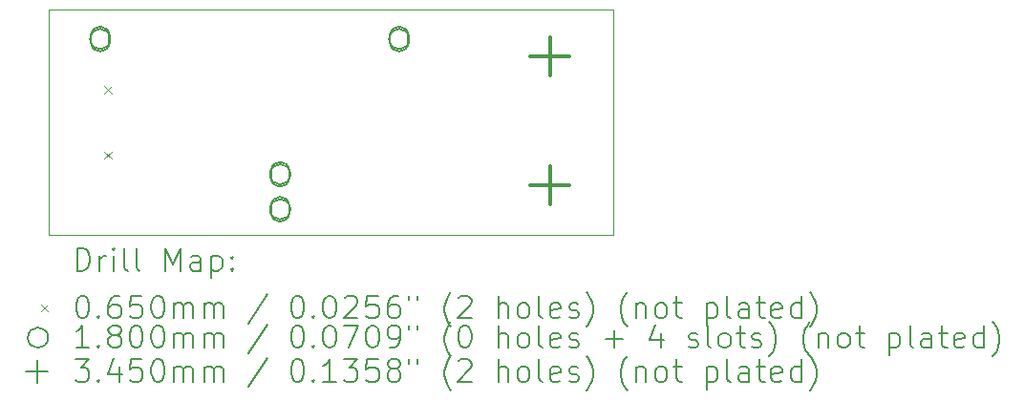
<source format=gbr>
%FSLAX45Y45*%
G04 Gerber Fmt 4.5, Leading zero omitted, Abs format (unit mm)*
G04 Created by KiCad (PCBNEW 5.99.0-unknown-4920692bcd~125~ubuntu20.04.1) date 2021-04-18 13:08:12*
%MOMM*%
%LPD*%
G01*
G04 APERTURE LIST*
%TA.AperFunction,Profile*%
%ADD10C,0.100000*%
%TD*%
%ADD11C,0.200000*%
%ADD12C,0.065000*%
%ADD13C,0.180000*%
%ADD14C,0.345000*%
G04 APERTURE END LIST*
D10*
X12363100Y-7890350D02*
X17363700Y-7890350D01*
X17363700Y-7890350D02*
X17363700Y-9889650D01*
X17363700Y-9889650D02*
X12363100Y-9889650D01*
X12363100Y-9889650D02*
X12363100Y-7890350D01*
D11*
D12*
X12858000Y-8568500D02*
X12923000Y-8633500D01*
X12923000Y-8568500D02*
X12858000Y-8633500D01*
X12858000Y-9146500D02*
X12923000Y-9211500D01*
X12923000Y-9146500D02*
X12858000Y-9211500D01*
D13*
X12910000Y-8150000D02*
G75*
G03*
X12910000Y-8150000I-90000J0D01*
G01*
D11*
X12740000Y-8120000D02*
X12740000Y-8180000D01*
X12900000Y-8120000D02*
X12900000Y-8180000D01*
X12740000Y-8180000D02*
G75*
G03*
X12900000Y-8180000I80000J0D01*
G01*
X12900000Y-8120000D02*
G75*
G03*
X12740000Y-8120000I-80000J0D01*
G01*
D13*
X14505000Y-9350000D02*
G75*
G03*
X14505000Y-9350000I-90000J0D01*
G01*
D11*
X14335000Y-9320000D02*
X14335000Y-9380000D01*
X14495000Y-9320000D02*
X14495000Y-9380000D01*
X14335000Y-9380000D02*
G75*
G03*
X14495000Y-9380000I80000J0D01*
G01*
X14495000Y-9320000D02*
G75*
G03*
X14335000Y-9320000I-80000J0D01*
G01*
D13*
X14505000Y-9660000D02*
G75*
G03*
X14505000Y-9660000I-90000J0D01*
G01*
D11*
X14335000Y-9630000D02*
X14335000Y-9690000D01*
X14495000Y-9630000D02*
X14495000Y-9690000D01*
X14335000Y-9690000D02*
G75*
G03*
X14495000Y-9690000I80000J0D01*
G01*
X14495000Y-9630000D02*
G75*
G03*
X14335000Y-9630000I-80000J0D01*
G01*
D13*
X15560000Y-8150000D02*
G75*
G03*
X15560000Y-8150000I-90000J0D01*
G01*
D11*
X15390000Y-8120000D02*
X15390000Y-8180000D01*
X15550000Y-8120000D02*
X15550000Y-8180000D01*
X15390000Y-8180000D02*
G75*
G03*
X15550000Y-8180000I80000J0D01*
G01*
X15550000Y-8120000D02*
G75*
G03*
X15390000Y-8120000I-80000J0D01*
G01*
D14*
X16805000Y-8131500D02*
X16805000Y-8476500D01*
X16632500Y-8304000D02*
X16977500Y-8304000D01*
X16805000Y-9274500D02*
X16805000Y-9619500D01*
X16632500Y-9447000D02*
X16977500Y-9447000D01*
D11*
X12615719Y-10205126D02*
X12615719Y-10005126D01*
X12663338Y-10005126D01*
X12691909Y-10014650D01*
X12710957Y-10033698D01*
X12720481Y-10052745D01*
X12730005Y-10090840D01*
X12730005Y-10119412D01*
X12720481Y-10157507D01*
X12710957Y-10176555D01*
X12691909Y-10195602D01*
X12663338Y-10205126D01*
X12615719Y-10205126D01*
X12815719Y-10205126D02*
X12815719Y-10071793D01*
X12815719Y-10109888D02*
X12825243Y-10090840D01*
X12834767Y-10081317D01*
X12853814Y-10071793D01*
X12872862Y-10071793D01*
X12939528Y-10205126D02*
X12939528Y-10071793D01*
X12939528Y-10005126D02*
X12930005Y-10014650D01*
X12939528Y-10024174D01*
X12949052Y-10014650D01*
X12939528Y-10005126D01*
X12939528Y-10024174D01*
X13063338Y-10205126D02*
X13044290Y-10195602D01*
X13034767Y-10176555D01*
X13034767Y-10005126D01*
X13168100Y-10205126D02*
X13149052Y-10195602D01*
X13139528Y-10176555D01*
X13139528Y-10005126D01*
X13396671Y-10205126D02*
X13396671Y-10005126D01*
X13463338Y-10147983D01*
X13530005Y-10005126D01*
X13530005Y-10205126D01*
X13710957Y-10205126D02*
X13710957Y-10100364D01*
X13701433Y-10081317D01*
X13682386Y-10071793D01*
X13644290Y-10071793D01*
X13625243Y-10081317D01*
X13710957Y-10195602D02*
X13691909Y-10205126D01*
X13644290Y-10205126D01*
X13625243Y-10195602D01*
X13615719Y-10176555D01*
X13615719Y-10157507D01*
X13625243Y-10138460D01*
X13644290Y-10128936D01*
X13691909Y-10128936D01*
X13710957Y-10119412D01*
X13806195Y-10071793D02*
X13806195Y-10271793D01*
X13806195Y-10081317D02*
X13825243Y-10071793D01*
X13863338Y-10071793D01*
X13882386Y-10081317D01*
X13891909Y-10090840D01*
X13901433Y-10109888D01*
X13901433Y-10167031D01*
X13891909Y-10186079D01*
X13882386Y-10195602D01*
X13863338Y-10205126D01*
X13825243Y-10205126D01*
X13806195Y-10195602D01*
X13987148Y-10186079D02*
X13996671Y-10195602D01*
X13987148Y-10205126D01*
X13977624Y-10195602D01*
X13987148Y-10186079D01*
X13987148Y-10205126D01*
X13987148Y-10081317D02*
X13996671Y-10090840D01*
X13987148Y-10100364D01*
X13977624Y-10090840D01*
X13987148Y-10081317D01*
X13987148Y-10100364D01*
D12*
X12293100Y-10502150D02*
X12358100Y-10567150D01*
X12358100Y-10502150D02*
X12293100Y-10567150D01*
D11*
X12653814Y-10425126D02*
X12672862Y-10425126D01*
X12691909Y-10434650D01*
X12701433Y-10444174D01*
X12710957Y-10463221D01*
X12720481Y-10501317D01*
X12720481Y-10548936D01*
X12710957Y-10587031D01*
X12701433Y-10606079D01*
X12691909Y-10615602D01*
X12672862Y-10625126D01*
X12653814Y-10625126D01*
X12634767Y-10615602D01*
X12625243Y-10606079D01*
X12615719Y-10587031D01*
X12606195Y-10548936D01*
X12606195Y-10501317D01*
X12615719Y-10463221D01*
X12625243Y-10444174D01*
X12634767Y-10434650D01*
X12653814Y-10425126D01*
X12806195Y-10606079D02*
X12815719Y-10615602D01*
X12806195Y-10625126D01*
X12796671Y-10615602D01*
X12806195Y-10606079D01*
X12806195Y-10625126D01*
X12987148Y-10425126D02*
X12949052Y-10425126D01*
X12930005Y-10434650D01*
X12920481Y-10444174D01*
X12901433Y-10472745D01*
X12891909Y-10510840D01*
X12891909Y-10587031D01*
X12901433Y-10606079D01*
X12910957Y-10615602D01*
X12930005Y-10625126D01*
X12968100Y-10625126D01*
X12987148Y-10615602D01*
X12996671Y-10606079D01*
X13006195Y-10587031D01*
X13006195Y-10539412D01*
X12996671Y-10520364D01*
X12987148Y-10510840D01*
X12968100Y-10501317D01*
X12930005Y-10501317D01*
X12910957Y-10510840D01*
X12901433Y-10520364D01*
X12891909Y-10539412D01*
X13187148Y-10425126D02*
X13091909Y-10425126D01*
X13082386Y-10520364D01*
X13091909Y-10510840D01*
X13110957Y-10501317D01*
X13158576Y-10501317D01*
X13177624Y-10510840D01*
X13187148Y-10520364D01*
X13196671Y-10539412D01*
X13196671Y-10587031D01*
X13187148Y-10606079D01*
X13177624Y-10615602D01*
X13158576Y-10625126D01*
X13110957Y-10625126D01*
X13091909Y-10615602D01*
X13082386Y-10606079D01*
X13320481Y-10425126D02*
X13339528Y-10425126D01*
X13358576Y-10434650D01*
X13368100Y-10444174D01*
X13377624Y-10463221D01*
X13387148Y-10501317D01*
X13387148Y-10548936D01*
X13377624Y-10587031D01*
X13368100Y-10606079D01*
X13358576Y-10615602D01*
X13339528Y-10625126D01*
X13320481Y-10625126D01*
X13301433Y-10615602D01*
X13291909Y-10606079D01*
X13282386Y-10587031D01*
X13272862Y-10548936D01*
X13272862Y-10501317D01*
X13282386Y-10463221D01*
X13291909Y-10444174D01*
X13301433Y-10434650D01*
X13320481Y-10425126D01*
X13472862Y-10625126D02*
X13472862Y-10491793D01*
X13472862Y-10510840D02*
X13482386Y-10501317D01*
X13501433Y-10491793D01*
X13530005Y-10491793D01*
X13549052Y-10501317D01*
X13558576Y-10520364D01*
X13558576Y-10625126D01*
X13558576Y-10520364D02*
X13568100Y-10501317D01*
X13587148Y-10491793D01*
X13615719Y-10491793D01*
X13634767Y-10501317D01*
X13644290Y-10520364D01*
X13644290Y-10625126D01*
X13739528Y-10625126D02*
X13739528Y-10491793D01*
X13739528Y-10510840D02*
X13749052Y-10501317D01*
X13768100Y-10491793D01*
X13796671Y-10491793D01*
X13815719Y-10501317D01*
X13825243Y-10520364D01*
X13825243Y-10625126D01*
X13825243Y-10520364D02*
X13834767Y-10501317D01*
X13853814Y-10491793D01*
X13882386Y-10491793D01*
X13901433Y-10501317D01*
X13910957Y-10520364D01*
X13910957Y-10625126D01*
X14301433Y-10415602D02*
X14130005Y-10672745D01*
X14558576Y-10425126D02*
X14577624Y-10425126D01*
X14596671Y-10434650D01*
X14606195Y-10444174D01*
X14615719Y-10463221D01*
X14625243Y-10501317D01*
X14625243Y-10548936D01*
X14615719Y-10587031D01*
X14606195Y-10606079D01*
X14596671Y-10615602D01*
X14577624Y-10625126D01*
X14558576Y-10625126D01*
X14539528Y-10615602D01*
X14530005Y-10606079D01*
X14520481Y-10587031D01*
X14510957Y-10548936D01*
X14510957Y-10501317D01*
X14520481Y-10463221D01*
X14530005Y-10444174D01*
X14539528Y-10434650D01*
X14558576Y-10425126D01*
X14710957Y-10606079D02*
X14720481Y-10615602D01*
X14710957Y-10625126D01*
X14701433Y-10615602D01*
X14710957Y-10606079D01*
X14710957Y-10625126D01*
X14844290Y-10425126D02*
X14863338Y-10425126D01*
X14882386Y-10434650D01*
X14891909Y-10444174D01*
X14901433Y-10463221D01*
X14910957Y-10501317D01*
X14910957Y-10548936D01*
X14901433Y-10587031D01*
X14891909Y-10606079D01*
X14882386Y-10615602D01*
X14863338Y-10625126D01*
X14844290Y-10625126D01*
X14825243Y-10615602D01*
X14815719Y-10606079D01*
X14806195Y-10587031D01*
X14796671Y-10548936D01*
X14796671Y-10501317D01*
X14806195Y-10463221D01*
X14815719Y-10444174D01*
X14825243Y-10434650D01*
X14844290Y-10425126D01*
X14987148Y-10444174D02*
X14996671Y-10434650D01*
X15015719Y-10425126D01*
X15063338Y-10425126D01*
X15082386Y-10434650D01*
X15091909Y-10444174D01*
X15101433Y-10463221D01*
X15101433Y-10482269D01*
X15091909Y-10510840D01*
X14977624Y-10625126D01*
X15101433Y-10625126D01*
X15282386Y-10425126D02*
X15187148Y-10425126D01*
X15177624Y-10520364D01*
X15187148Y-10510840D01*
X15206195Y-10501317D01*
X15253814Y-10501317D01*
X15272862Y-10510840D01*
X15282386Y-10520364D01*
X15291909Y-10539412D01*
X15291909Y-10587031D01*
X15282386Y-10606079D01*
X15272862Y-10615602D01*
X15253814Y-10625126D01*
X15206195Y-10625126D01*
X15187148Y-10615602D01*
X15177624Y-10606079D01*
X15463338Y-10425126D02*
X15425243Y-10425126D01*
X15406195Y-10434650D01*
X15396671Y-10444174D01*
X15377624Y-10472745D01*
X15368100Y-10510840D01*
X15368100Y-10587031D01*
X15377624Y-10606079D01*
X15387148Y-10615602D01*
X15406195Y-10625126D01*
X15444290Y-10625126D01*
X15463338Y-10615602D01*
X15472862Y-10606079D01*
X15482386Y-10587031D01*
X15482386Y-10539412D01*
X15472862Y-10520364D01*
X15463338Y-10510840D01*
X15444290Y-10501317D01*
X15406195Y-10501317D01*
X15387148Y-10510840D01*
X15377624Y-10520364D01*
X15368100Y-10539412D01*
X15558576Y-10425126D02*
X15558576Y-10463221D01*
X15634767Y-10425126D02*
X15634767Y-10463221D01*
X15930005Y-10701317D02*
X15920481Y-10691793D01*
X15901433Y-10663221D01*
X15891909Y-10644174D01*
X15882386Y-10615602D01*
X15872862Y-10567983D01*
X15872862Y-10529888D01*
X15882386Y-10482269D01*
X15891909Y-10453698D01*
X15901433Y-10434650D01*
X15920481Y-10406079D01*
X15930005Y-10396555D01*
X15996671Y-10444174D02*
X16006195Y-10434650D01*
X16025243Y-10425126D01*
X16072862Y-10425126D01*
X16091909Y-10434650D01*
X16101433Y-10444174D01*
X16110957Y-10463221D01*
X16110957Y-10482269D01*
X16101433Y-10510840D01*
X15987148Y-10625126D01*
X16110957Y-10625126D01*
X16349052Y-10625126D02*
X16349052Y-10425126D01*
X16434767Y-10625126D02*
X16434767Y-10520364D01*
X16425243Y-10501317D01*
X16406195Y-10491793D01*
X16377624Y-10491793D01*
X16358576Y-10501317D01*
X16349052Y-10510840D01*
X16558576Y-10625126D02*
X16539528Y-10615602D01*
X16530005Y-10606079D01*
X16520481Y-10587031D01*
X16520481Y-10529888D01*
X16530005Y-10510840D01*
X16539528Y-10501317D01*
X16558576Y-10491793D01*
X16587148Y-10491793D01*
X16606195Y-10501317D01*
X16615719Y-10510840D01*
X16625243Y-10529888D01*
X16625243Y-10587031D01*
X16615719Y-10606079D01*
X16606195Y-10615602D01*
X16587148Y-10625126D01*
X16558576Y-10625126D01*
X16739528Y-10625126D02*
X16720481Y-10615602D01*
X16710957Y-10596555D01*
X16710957Y-10425126D01*
X16891910Y-10615602D02*
X16872862Y-10625126D01*
X16834767Y-10625126D01*
X16815719Y-10615602D01*
X16806195Y-10596555D01*
X16806195Y-10520364D01*
X16815719Y-10501317D01*
X16834767Y-10491793D01*
X16872862Y-10491793D01*
X16891910Y-10501317D01*
X16901433Y-10520364D01*
X16901433Y-10539412D01*
X16806195Y-10558460D01*
X16977624Y-10615602D02*
X16996671Y-10625126D01*
X17034767Y-10625126D01*
X17053814Y-10615602D01*
X17063338Y-10596555D01*
X17063338Y-10587031D01*
X17053814Y-10567983D01*
X17034767Y-10558460D01*
X17006195Y-10558460D01*
X16987148Y-10548936D01*
X16977624Y-10529888D01*
X16977624Y-10520364D01*
X16987148Y-10501317D01*
X17006195Y-10491793D01*
X17034767Y-10491793D01*
X17053814Y-10501317D01*
X17130005Y-10701317D02*
X17139529Y-10691793D01*
X17158576Y-10663221D01*
X17168100Y-10644174D01*
X17177624Y-10615602D01*
X17187148Y-10567983D01*
X17187148Y-10529888D01*
X17177624Y-10482269D01*
X17168100Y-10453698D01*
X17158576Y-10434650D01*
X17139529Y-10406079D01*
X17130005Y-10396555D01*
X17491910Y-10701317D02*
X17482386Y-10691793D01*
X17463338Y-10663221D01*
X17453814Y-10644174D01*
X17444290Y-10615602D01*
X17434767Y-10567983D01*
X17434767Y-10529888D01*
X17444290Y-10482269D01*
X17453814Y-10453698D01*
X17463338Y-10434650D01*
X17482386Y-10406079D01*
X17491910Y-10396555D01*
X17568100Y-10491793D02*
X17568100Y-10625126D01*
X17568100Y-10510840D02*
X17577624Y-10501317D01*
X17596671Y-10491793D01*
X17625243Y-10491793D01*
X17644290Y-10501317D01*
X17653814Y-10520364D01*
X17653814Y-10625126D01*
X17777624Y-10625126D02*
X17758576Y-10615602D01*
X17749052Y-10606079D01*
X17739529Y-10587031D01*
X17739529Y-10529888D01*
X17749052Y-10510840D01*
X17758576Y-10501317D01*
X17777624Y-10491793D01*
X17806195Y-10491793D01*
X17825243Y-10501317D01*
X17834767Y-10510840D01*
X17844290Y-10529888D01*
X17844290Y-10587031D01*
X17834767Y-10606079D01*
X17825243Y-10615602D01*
X17806195Y-10625126D01*
X17777624Y-10625126D01*
X17901433Y-10491793D02*
X17977624Y-10491793D01*
X17930005Y-10425126D02*
X17930005Y-10596555D01*
X17939529Y-10615602D01*
X17958576Y-10625126D01*
X17977624Y-10625126D01*
X18196671Y-10491793D02*
X18196671Y-10691793D01*
X18196671Y-10501317D02*
X18215719Y-10491793D01*
X18253814Y-10491793D01*
X18272862Y-10501317D01*
X18282386Y-10510840D01*
X18291910Y-10529888D01*
X18291910Y-10587031D01*
X18282386Y-10606079D01*
X18272862Y-10615602D01*
X18253814Y-10625126D01*
X18215719Y-10625126D01*
X18196671Y-10615602D01*
X18406195Y-10625126D02*
X18387148Y-10615602D01*
X18377624Y-10596555D01*
X18377624Y-10425126D01*
X18568100Y-10625126D02*
X18568100Y-10520364D01*
X18558576Y-10501317D01*
X18539529Y-10491793D01*
X18501433Y-10491793D01*
X18482386Y-10501317D01*
X18568100Y-10615602D02*
X18549052Y-10625126D01*
X18501433Y-10625126D01*
X18482386Y-10615602D01*
X18472862Y-10596555D01*
X18472862Y-10577507D01*
X18482386Y-10558460D01*
X18501433Y-10548936D01*
X18549052Y-10548936D01*
X18568100Y-10539412D01*
X18634767Y-10491793D02*
X18710957Y-10491793D01*
X18663338Y-10425126D02*
X18663338Y-10596555D01*
X18672862Y-10615602D01*
X18691910Y-10625126D01*
X18710957Y-10625126D01*
X18853814Y-10615602D02*
X18834767Y-10625126D01*
X18796671Y-10625126D01*
X18777624Y-10615602D01*
X18768100Y-10596555D01*
X18768100Y-10520364D01*
X18777624Y-10501317D01*
X18796671Y-10491793D01*
X18834767Y-10491793D01*
X18853814Y-10501317D01*
X18863338Y-10520364D01*
X18863338Y-10539412D01*
X18768100Y-10558460D01*
X19034767Y-10625126D02*
X19034767Y-10425126D01*
X19034767Y-10615602D02*
X19015719Y-10625126D01*
X18977624Y-10625126D01*
X18958576Y-10615602D01*
X18949052Y-10606079D01*
X18939529Y-10587031D01*
X18939529Y-10529888D01*
X18949052Y-10510840D01*
X18958576Y-10501317D01*
X18977624Y-10491793D01*
X19015719Y-10491793D01*
X19034767Y-10501317D01*
X19110957Y-10701317D02*
X19120481Y-10691793D01*
X19139529Y-10663221D01*
X19149052Y-10644174D01*
X19158576Y-10615602D01*
X19168100Y-10567983D01*
X19168100Y-10529888D01*
X19158576Y-10482269D01*
X19149052Y-10453698D01*
X19139529Y-10434650D01*
X19120481Y-10406079D01*
X19110957Y-10396555D01*
D13*
X12358100Y-10798650D02*
G75*
G03*
X12358100Y-10798650I-90000J0D01*
G01*
D11*
X12720481Y-10889126D02*
X12606195Y-10889126D01*
X12663338Y-10889126D02*
X12663338Y-10689126D01*
X12644290Y-10717698D01*
X12625243Y-10736745D01*
X12606195Y-10746269D01*
X12806195Y-10870079D02*
X12815719Y-10879602D01*
X12806195Y-10889126D01*
X12796671Y-10879602D01*
X12806195Y-10870079D01*
X12806195Y-10889126D01*
X12930005Y-10774840D02*
X12910957Y-10765317D01*
X12901433Y-10755793D01*
X12891909Y-10736745D01*
X12891909Y-10727221D01*
X12901433Y-10708174D01*
X12910957Y-10698650D01*
X12930005Y-10689126D01*
X12968100Y-10689126D01*
X12987148Y-10698650D01*
X12996671Y-10708174D01*
X13006195Y-10727221D01*
X13006195Y-10736745D01*
X12996671Y-10755793D01*
X12987148Y-10765317D01*
X12968100Y-10774840D01*
X12930005Y-10774840D01*
X12910957Y-10784364D01*
X12901433Y-10793888D01*
X12891909Y-10812936D01*
X12891909Y-10851031D01*
X12901433Y-10870079D01*
X12910957Y-10879602D01*
X12930005Y-10889126D01*
X12968100Y-10889126D01*
X12987148Y-10879602D01*
X12996671Y-10870079D01*
X13006195Y-10851031D01*
X13006195Y-10812936D01*
X12996671Y-10793888D01*
X12987148Y-10784364D01*
X12968100Y-10774840D01*
X13130005Y-10689126D02*
X13149052Y-10689126D01*
X13168100Y-10698650D01*
X13177624Y-10708174D01*
X13187148Y-10727221D01*
X13196671Y-10765317D01*
X13196671Y-10812936D01*
X13187148Y-10851031D01*
X13177624Y-10870079D01*
X13168100Y-10879602D01*
X13149052Y-10889126D01*
X13130005Y-10889126D01*
X13110957Y-10879602D01*
X13101433Y-10870079D01*
X13091909Y-10851031D01*
X13082386Y-10812936D01*
X13082386Y-10765317D01*
X13091909Y-10727221D01*
X13101433Y-10708174D01*
X13110957Y-10698650D01*
X13130005Y-10689126D01*
X13320481Y-10689126D02*
X13339528Y-10689126D01*
X13358576Y-10698650D01*
X13368100Y-10708174D01*
X13377624Y-10727221D01*
X13387148Y-10765317D01*
X13387148Y-10812936D01*
X13377624Y-10851031D01*
X13368100Y-10870079D01*
X13358576Y-10879602D01*
X13339528Y-10889126D01*
X13320481Y-10889126D01*
X13301433Y-10879602D01*
X13291909Y-10870079D01*
X13282386Y-10851031D01*
X13272862Y-10812936D01*
X13272862Y-10765317D01*
X13282386Y-10727221D01*
X13291909Y-10708174D01*
X13301433Y-10698650D01*
X13320481Y-10689126D01*
X13472862Y-10889126D02*
X13472862Y-10755793D01*
X13472862Y-10774840D02*
X13482386Y-10765317D01*
X13501433Y-10755793D01*
X13530005Y-10755793D01*
X13549052Y-10765317D01*
X13558576Y-10784364D01*
X13558576Y-10889126D01*
X13558576Y-10784364D02*
X13568100Y-10765317D01*
X13587148Y-10755793D01*
X13615719Y-10755793D01*
X13634767Y-10765317D01*
X13644290Y-10784364D01*
X13644290Y-10889126D01*
X13739528Y-10889126D02*
X13739528Y-10755793D01*
X13739528Y-10774840D02*
X13749052Y-10765317D01*
X13768100Y-10755793D01*
X13796671Y-10755793D01*
X13815719Y-10765317D01*
X13825243Y-10784364D01*
X13825243Y-10889126D01*
X13825243Y-10784364D02*
X13834767Y-10765317D01*
X13853814Y-10755793D01*
X13882386Y-10755793D01*
X13901433Y-10765317D01*
X13910957Y-10784364D01*
X13910957Y-10889126D01*
X14301433Y-10679602D02*
X14130005Y-10936745D01*
X14558576Y-10689126D02*
X14577624Y-10689126D01*
X14596671Y-10698650D01*
X14606195Y-10708174D01*
X14615719Y-10727221D01*
X14625243Y-10765317D01*
X14625243Y-10812936D01*
X14615719Y-10851031D01*
X14606195Y-10870079D01*
X14596671Y-10879602D01*
X14577624Y-10889126D01*
X14558576Y-10889126D01*
X14539528Y-10879602D01*
X14530005Y-10870079D01*
X14520481Y-10851031D01*
X14510957Y-10812936D01*
X14510957Y-10765317D01*
X14520481Y-10727221D01*
X14530005Y-10708174D01*
X14539528Y-10698650D01*
X14558576Y-10689126D01*
X14710957Y-10870079D02*
X14720481Y-10879602D01*
X14710957Y-10889126D01*
X14701433Y-10879602D01*
X14710957Y-10870079D01*
X14710957Y-10889126D01*
X14844290Y-10689126D02*
X14863338Y-10689126D01*
X14882386Y-10698650D01*
X14891909Y-10708174D01*
X14901433Y-10727221D01*
X14910957Y-10765317D01*
X14910957Y-10812936D01*
X14901433Y-10851031D01*
X14891909Y-10870079D01*
X14882386Y-10879602D01*
X14863338Y-10889126D01*
X14844290Y-10889126D01*
X14825243Y-10879602D01*
X14815719Y-10870079D01*
X14806195Y-10851031D01*
X14796671Y-10812936D01*
X14796671Y-10765317D01*
X14806195Y-10727221D01*
X14815719Y-10708174D01*
X14825243Y-10698650D01*
X14844290Y-10689126D01*
X14977624Y-10689126D02*
X15110957Y-10689126D01*
X15025243Y-10889126D01*
X15225243Y-10689126D02*
X15244290Y-10689126D01*
X15263338Y-10698650D01*
X15272862Y-10708174D01*
X15282386Y-10727221D01*
X15291909Y-10765317D01*
X15291909Y-10812936D01*
X15282386Y-10851031D01*
X15272862Y-10870079D01*
X15263338Y-10879602D01*
X15244290Y-10889126D01*
X15225243Y-10889126D01*
X15206195Y-10879602D01*
X15196671Y-10870079D01*
X15187148Y-10851031D01*
X15177624Y-10812936D01*
X15177624Y-10765317D01*
X15187148Y-10727221D01*
X15196671Y-10708174D01*
X15206195Y-10698650D01*
X15225243Y-10689126D01*
X15387148Y-10889126D02*
X15425243Y-10889126D01*
X15444290Y-10879602D01*
X15453814Y-10870079D01*
X15472862Y-10841507D01*
X15482386Y-10803412D01*
X15482386Y-10727221D01*
X15472862Y-10708174D01*
X15463338Y-10698650D01*
X15444290Y-10689126D01*
X15406195Y-10689126D01*
X15387148Y-10698650D01*
X15377624Y-10708174D01*
X15368100Y-10727221D01*
X15368100Y-10774840D01*
X15377624Y-10793888D01*
X15387148Y-10803412D01*
X15406195Y-10812936D01*
X15444290Y-10812936D01*
X15463338Y-10803412D01*
X15472862Y-10793888D01*
X15482386Y-10774840D01*
X15558576Y-10689126D02*
X15558576Y-10727221D01*
X15634767Y-10689126D02*
X15634767Y-10727221D01*
X15930005Y-10965317D02*
X15920481Y-10955793D01*
X15901433Y-10927221D01*
X15891909Y-10908174D01*
X15882386Y-10879602D01*
X15872862Y-10831983D01*
X15872862Y-10793888D01*
X15882386Y-10746269D01*
X15891909Y-10717698D01*
X15901433Y-10698650D01*
X15920481Y-10670079D01*
X15930005Y-10660555D01*
X16044290Y-10689126D02*
X16063338Y-10689126D01*
X16082386Y-10698650D01*
X16091909Y-10708174D01*
X16101433Y-10727221D01*
X16110957Y-10765317D01*
X16110957Y-10812936D01*
X16101433Y-10851031D01*
X16091909Y-10870079D01*
X16082386Y-10879602D01*
X16063338Y-10889126D01*
X16044290Y-10889126D01*
X16025243Y-10879602D01*
X16015719Y-10870079D01*
X16006195Y-10851031D01*
X15996671Y-10812936D01*
X15996671Y-10765317D01*
X16006195Y-10727221D01*
X16015719Y-10708174D01*
X16025243Y-10698650D01*
X16044290Y-10689126D01*
X16349052Y-10889126D02*
X16349052Y-10689126D01*
X16434767Y-10889126D02*
X16434767Y-10784364D01*
X16425243Y-10765317D01*
X16406195Y-10755793D01*
X16377624Y-10755793D01*
X16358576Y-10765317D01*
X16349052Y-10774840D01*
X16558576Y-10889126D02*
X16539528Y-10879602D01*
X16530005Y-10870079D01*
X16520481Y-10851031D01*
X16520481Y-10793888D01*
X16530005Y-10774840D01*
X16539528Y-10765317D01*
X16558576Y-10755793D01*
X16587148Y-10755793D01*
X16606195Y-10765317D01*
X16615719Y-10774840D01*
X16625243Y-10793888D01*
X16625243Y-10851031D01*
X16615719Y-10870079D01*
X16606195Y-10879602D01*
X16587148Y-10889126D01*
X16558576Y-10889126D01*
X16739528Y-10889126D02*
X16720481Y-10879602D01*
X16710957Y-10860555D01*
X16710957Y-10689126D01*
X16891910Y-10879602D02*
X16872862Y-10889126D01*
X16834767Y-10889126D01*
X16815719Y-10879602D01*
X16806195Y-10860555D01*
X16806195Y-10784364D01*
X16815719Y-10765317D01*
X16834767Y-10755793D01*
X16872862Y-10755793D01*
X16891910Y-10765317D01*
X16901433Y-10784364D01*
X16901433Y-10803412D01*
X16806195Y-10822460D01*
X16977624Y-10879602D02*
X16996671Y-10889126D01*
X17034767Y-10889126D01*
X17053814Y-10879602D01*
X17063338Y-10860555D01*
X17063338Y-10851031D01*
X17053814Y-10831983D01*
X17034767Y-10822460D01*
X17006195Y-10822460D01*
X16987148Y-10812936D01*
X16977624Y-10793888D01*
X16977624Y-10784364D01*
X16987148Y-10765317D01*
X17006195Y-10755793D01*
X17034767Y-10755793D01*
X17053814Y-10765317D01*
X17301433Y-10812936D02*
X17453814Y-10812936D01*
X17377624Y-10889126D02*
X17377624Y-10736745D01*
X17787148Y-10755793D02*
X17787148Y-10889126D01*
X17739529Y-10679602D02*
X17691910Y-10822460D01*
X17815719Y-10822460D01*
X18034767Y-10879602D02*
X18053814Y-10889126D01*
X18091910Y-10889126D01*
X18110957Y-10879602D01*
X18120481Y-10860555D01*
X18120481Y-10851031D01*
X18110957Y-10831983D01*
X18091910Y-10822460D01*
X18063338Y-10822460D01*
X18044290Y-10812936D01*
X18034767Y-10793888D01*
X18034767Y-10784364D01*
X18044290Y-10765317D01*
X18063338Y-10755793D01*
X18091910Y-10755793D01*
X18110957Y-10765317D01*
X18234767Y-10889126D02*
X18215719Y-10879602D01*
X18206195Y-10860555D01*
X18206195Y-10689126D01*
X18339529Y-10889126D02*
X18320481Y-10879602D01*
X18310957Y-10870079D01*
X18301433Y-10851031D01*
X18301433Y-10793888D01*
X18310957Y-10774840D01*
X18320481Y-10765317D01*
X18339529Y-10755793D01*
X18368100Y-10755793D01*
X18387148Y-10765317D01*
X18396671Y-10774840D01*
X18406195Y-10793888D01*
X18406195Y-10851031D01*
X18396671Y-10870079D01*
X18387148Y-10879602D01*
X18368100Y-10889126D01*
X18339529Y-10889126D01*
X18463338Y-10755793D02*
X18539529Y-10755793D01*
X18491910Y-10689126D02*
X18491910Y-10860555D01*
X18501433Y-10879602D01*
X18520481Y-10889126D01*
X18539529Y-10889126D01*
X18596671Y-10879602D02*
X18615719Y-10889126D01*
X18653814Y-10889126D01*
X18672862Y-10879602D01*
X18682386Y-10860555D01*
X18682386Y-10851031D01*
X18672862Y-10831983D01*
X18653814Y-10822460D01*
X18625243Y-10822460D01*
X18606195Y-10812936D01*
X18596671Y-10793888D01*
X18596671Y-10784364D01*
X18606195Y-10765317D01*
X18625243Y-10755793D01*
X18653814Y-10755793D01*
X18672862Y-10765317D01*
X18749052Y-10965317D02*
X18758576Y-10955793D01*
X18777624Y-10927221D01*
X18787148Y-10908174D01*
X18796671Y-10879602D01*
X18806195Y-10831983D01*
X18806195Y-10793888D01*
X18796671Y-10746269D01*
X18787148Y-10717698D01*
X18777624Y-10698650D01*
X18758576Y-10670079D01*
X18749052Y-10660555D01*
X19110957Y-10965317D02*
X19101433Y-10955793D01*
X19082386Y-10927221D01*
X19072862Y-10908174D01*
X19063338Y-10879602D01*
X19053814Y-10831983D01*
X19053814Y-10793888D01*
X19063338Y-10746269D01*
X19072862Y-10717698D01*
X19082386Y-10698650D01*
X19101433Y-10670079D01*
X19110957Y-10660555D01*
X19187148Y-10755793D02*
X19187148Y-10889126D01*
X19187148Y-10774840D02*
X19196671Y-10765317D01*
X19215719Y-10755793D01*
X19244290Y-10755793D01*
X19263338Y-10765317D01*
X19272862Y-10784364D01*
X19272862Y-10889126D01*
X19396671Y-10889126D02*
X19377624Y-10879602D01*
X19368100Y-10870079D01*
X19358576Y-10851031D01*
X19358576Y-10793888D01*
X19368100Y-10774840D01*
X19377624Y-10765317D01*
X19396671Y-10755793D01*
X19425243Y-10755793D01*
X19444290Y-10765317D01*
X19453814Y-10774840D01*
X19463338Y-10793888D01*
X19463338Y-10851031D01*
X19453814Y-10870079D01*
X19444290Y-10879602D01*
X19425243Y-10889126D01*
X19396671Y-10889126D01*
X19520481Y-10755793D02*
X19596671Y-10755793D01*
X19549052Y-10689126D02*
X19549052Y-10860555D01*
X19558576Y-10879602D01*
X19577624Y-10889126D01*
X19596671Y-10889126D01*
X19815719Y-10755793D02*
X19815719Y-10955793D01*
X19815719Y-10765317D02*
X19834767Y-10755793D01*
X19872862Y-10755793D01*
X19891910Y-10765317D01*
X19901433Y-10774840D01*
X19910957Y-10793888D01*
X19910957Y-10851031D01*
X19901433Y-10870079D01*
X19891910Y-10879602D01*
X19872862Y-10889126D01*
X19834767Y-10889126D01*
X19815719Y-10879602D01*
X20025243Y-10889126D02*
X20006195Y-10879602D01*
X19996671Y-10860555D01*
X19996671Y-10689126D01*
X20187148Y-10889126D02*
X20187148Y-10784364D01*
X20177624Y-10765317D01*
X20158576Y-10755793D01*
X20120481Y-10755793D01*
X20101433Y-10765317D01*
X20187148Y-10879602D02*
X20168100Y-10889126D01*
X20120481Y-10889126D01*
X20101433Y-10879602D01*
X20091910Y-10860555D01*
X20091910Y-10841507D01*
X20101433Y-10822460D01*
X20120481Y-10812936D01*
X20168100Y-10812936D01*
X20187148Y-10803412D01*
X20253814Y-10755793D02*
X20330005Y-10755793D01*
X20282386Y-10689126D02*
X20282386Y-10860555D01*
X20291910Y-10879602D01*
X20310957Y-10889126D01*
X20330005Y-10889126D01*
X20472862Y-10879602D02*
X20453814Y-10889126D01*
X20415719Y-10889126D01*
X20396671Y-10879602D01*
X20387148Y-10860555D01*
X20387148Y-10784364D01*
X20396671Y-10765317D01*
X20415719Y-10755793D01*
X20453814Y-10755793D01*
X20472862Y-10765317D01*
X20482386Y-10784364D01*
X20482386Y-10803412D01*
X20387148Y-10822460D01*
X20653814Y-10889126D02*
X20653814Y-10689126D01*
X20653814Y-10879602D02*
X20634767Y-10889126D01*
X20596671Y-10889126D01*
X20577624Y-10879602D01*
X20568100Y-10870079D01*
X20558576Y-10851031D01*
X20558576Y-10793888D01*
X20568100Y-10774840D01*
X20577624Y-10765317D01*
X20596671Y-10755793D01*
X20634767Y-10755793D01*
X20653814Y-10765317D01*
X20730005Y-10965317D02*
X20739529Y-10955793D01*
X20758576Y-10927221D01*
X20768100Y-10908174D01*
X20777624Y-10879602D01*
X20787148Y-10831983D01*
X20787148Y-10793888D01*
X20777624Y-10746269D01*
X20768100Y-10717698D01*
X20758576Y-10698650D01*
X20739529Y-10670079D01*
X20730005Y-10660555D01*
X12258100Y-10998650D02*
X12258100Y-11198650D01*
X12158100Y-11098650D02*
X12358100Y-11098650D01*
X12596671Y-10989126D02*
X12720481Y-10989126D01*
X12653814Y-11065317D01*
X12682386Y-11065317D01*
X12701433Y-11074840D01*
X12710957Y-11084364D01*
X12720481Y-11103412D01*
X12720481Y-11151031D01*
X12710957Y-11170079D01*
X12701433Y-11179602D01*
X12682386Y-11189126D01*
X12625243Y-11189126D01*
X12606195Y-11179602D01*
X12596671Y-11170079D01*
X12806195Y-11170079D02*
X12815719Y-11179602D01*
X12806195Y-11189126D01*
X12796671Y-11179602D01*
X12806195Y-11170079D01*
X12806195Y-11189126D01*
X12987148Y-11055793D02*
X12987148Y-11189126D01*
X12939528Y-10979602D02*
X12891909Y-11122460D01*
X13015719Y-11122460D01*
X13187148Y-10989126D02*
X13091909Y-10989126D01*
X13082386Y-11084364D01*
X13091909Y-11074840D01*
X13110957Y-11065317D01*
X13158576Y-11065317D01*
X13177624Y-11074840D01*
X13187148Y-11084364D01*
X13196671Y-11103412D01*
X13196671Y-11151031D01*
X13187148Y-11170079D01*
X13177624Y-11179602D01*
X13158576Y-11189126D01*
X13110957Y-11189126D01*
X13091909Y-11179602D01*
X13082386Y-11170079D01*
X13320481Y-10989126D02*
X13339528Y-10989126D01*
X13358576Y-10998650D01*
X13368100Y-11008174D01*
X13377624Y-11027221D01*
X13387148Y-11065317D01*
X13387148Y-11112936D01*
X13377624Y-11151031D01*
X13368100Y-11170079D01*
X13358576Y-11179602D01*
X13339528Y-11189126D01*
X13320481Y-11189126D01*
X13301433Y-11179602D01*
X13291909Y-11170079D01*
X13282386Y-11151031D01*
X13272862Y-11112936D01*
X13272862Y-11065317D01*
X13282386Y-11027221D01*
X13291909Y-11008174D01*
X13301433Y-10998650D01*
X13320481Y-10989126D01*
X13472862Y-11189126D02*
X13472862Y-11055793D01*
X13472862Y-11074840D02*
X13482386Y-11065317D01*
X13501433Y-11055793D01*
X13530005Y-11055793D01*
X13549052Y-11065317D01*
X13558576Y-11084364D01*
X13558576Y-11189126D01*
X13558576Y-11084364D02*
X13568100Y-11065317D01*
X13587148Y-11055793D01*
X13615719Y-11055793D01*
X13634767Y-11065317D01*
X13644290Y-11084364D01*
X13644290Y-11189126D01*
X13739528Y-11189126D02*
X13739528Y-11055793D01*
X13739528Y-11074840D02*
X13749052Y-11065317D01*
X13768100Y-11055793D01*
X13796671Y-11055793D01*
X13815719Y-11065317D01*
X13825243Y-11084364D01*
X13825243Y-11189126D01*
X13825243Y-11084364D02*
X13834767Y-11065317D01*
X13853814Y-11055793D01*
X13882386Y-11055793D01*
X13901433Y-11065317D01*
X13910957Y-11084364D01*
X13910957Y-11189126D01*
X14301433Y-10979602D02*
X14130005Y-11236745D01*
X14558576Y-10989126D02*
X14577624Y-10989126D01*
X14596671Y-10998650D01*
X14606195Y-11008174D01*
X14615719Y-11027221D01*
X14625243Y-11065317D01*
X14625243Y-11112936D01*
X14615719Y-11151031D01*
X14606195Y-11170079D01*
X14596671Y-11179602D01*
X14577624Y-11189126D01*
X14558576Y-11189126D01*
X14539528Y-11179602D01*
X14530005Y-11170079D01*
X14520481Y-11151031D01*
X14510957Y-11112936D01*
X14510957Y-11065317D01*
X14520481Y-11027221D01*
X14530005Y-11008174D01*
X14539528Y-10998650D01*
X14558576Y-10989126D01*
X14710957Y-11170079D02*
X14720481Y-11179602D01*
X14710957Y-11189126D01*
X14701433Y-11179602D01*
X14710957Y-11170079D01*
X14710957Y-11189126D01*
X14910957Y-11189126D02*
X14796671Y-11189126D01*
X14853814Y-11189126D02*
X14853814Y-10989126D01*
X14834767Y-11017698D01*
X14815719Y-11036745D01*
X14796671Y-11046269D01*
X14977624Y-10989126D02*
X15101433Y-10989126D01*
X15034767Y-11065317D01*
X15063338Y-11065317D01*
X15082386Y-11074840D01*
X15091909Y-11084364D01*
X15101433Y-11103412D01*
X15101433Y-11151031D01*
X15091909Y-11170079D01*
X15082386Y-11179602D01*
X15063338Y-11189126D01*
X15006195Y-11189126D01*
X14987148Y-11179602D01*
X14977624Y-11170079D01*
X15282386Y-10989126D02*
X15187148Y-10989126D01*
X15177624Y-11084364D01*
X15187148Y-11074840D01*
X15206195Y-11065317D01*
X15253814Y-11065317D01*
X15272862Y-11074840D01*
X15282386Y-11084364D01*
X15291909Y-11103412D01*
X15291909Y-11151031D01*
X15282386Y-11170079D01*
X15272862Y-11179602D01*
X15253814Y-11189126D01*
X15206195Y-11189126D01*
X15187148Y-11179602D01*
X15177624Y-11170079D01*
X15406195Y-11074840D02*
X15387148Y-11065317D01*
X15377624Y-11055793D01*
X15368100Y-11036745D01*
X15368100Y-11027221D01*
X15377624Y-11008174D01*
X15387148Y-10998650D01*
X15406195Y-10989126D01*
X15444290Y-10989126D01*
X15463338Y-10998650D01*
X15472862Y-11008174D01*
X15482386Y-11027221D01*
X15482386Y-11036745D01*
X15472862Y-11055793D01*
X15463338Y-11065317D01*
X15444290Y-11074840D01*
X15406195Y-11074840D01*
X15387148Y-11084364D01*
X15377624Y-11093888D01*
X15368100Y-11112936D01*
X15368100Y-11151031D01*
X15377624Y-11170079D01*
X15387148Y-11179602D01*
X15406195Y-11189126D01*
X15444290Y-11189126D01*
X15463338Y-11179602D01*
X15472862Y-11170079D01*
X15482386Y-11151031D01*
X15482386Y-11112936D01*
X15472862Y-11093888D01*
X15463338Y-11084364D01*
X15444290Y-11074840D01*
X15558576Y-10989126D02*
X15558576Y-11027221D01*
X15634767Y-10989126D02*
X15634767Y-11027221D01*
X15930005Y-11265317D02*
X15920481Y-11255793D01*
X15901433Y-11227221D01*
X15891909Y-11208174D01*
X15882386Y-11179602D01*
X15872862Y-11131983D01*
X15872862Y-11093888D01*
X15882386Y-11046269D01*
X15891909Y-11017698D01*
X15901433Y-10998650D01*
X15920481Y-10970079D01*
X15930005Y-10960555D01*
X15996671Y-11008174D02*
X16006195Y-10998650D01*
X16025243Y-10989126D01*
X16072862Y-10989126D01*
X16091909Y-10998650D01*
X16101433Y-11008174D01*
X16110957Y-11027221D01*
X16110957Y-11046269D01*
X16101433Y-11074840D01*
X15987148Y-11189126D01*
X16110957Y-11189126D01*
X16349052Y-11189126D02*
X16349052Y-10989126D01*
X16434767Y-11189126D02*
X16434767Y-11084364D01*
X16425243Y-11065317D01*
X16406195Y-11055793D01*
X16377624Y-11055793D01*
X16358576Y-11065317D01*
X16349052Y-11074840D01*
X16558576Y-11189126D02*
X16539528Y-11179602D01*
X16530005Y-11170079D01*
X16520481Y-11151031D01*
X16520481Y-11093888D01*
X16530005Y-11074840D01*
X16539528Y-11065317D01*
X16558576Y-11055793D01*
X16587148Y-11055793D01*
X16606195Y-11065317D01*
X16615719Y-11074840D01*
X16625243Y-11093888D01*
X16625243Y-11151031D01*
X16615719Y-11170079D01*
X16606195Y-11179602D01*
X16587148Y-11189126D01*
X16558576Y-11189126D01*
X16739528Y-11189126D02*
X16720481Y-11179602D01*
X16710957Y-11160555D01*
X16710957Y-10989126D01*
X16891910Y-11179602D02*
X16872862Y-11189126D01*
X16834767Y-11189126D01*
X16815719Y-11179602D01*
X16806195Y-11160555D01*
X16806195Y-11084364D01*
X16815719Y-11065317D01*
X16834767Y-11055793D01*
X16872862Y-11055793D01*
X16891910Y-11065317D01*
X16901433Y-11084364D01*
X16901433Y-11103412D01*
X16806195Y-11122460D01*
X16977624Y-11179602D02*
X16996671Y-11189126D01*
X17034767Y-11189126D01*
X17053814Y-11179602D01*
X17063338Y-11160555D01*
X17063338Y-11151031D01*
X17053814Y-11131983D01*
X17034767Y-11122460D01*
X17006195Y-11122460D01*
X16987148Y-11112936D01*
X16977624Y-11093888D01*
X16977624Y-11084364D01*
X16987148Y-11065317D01*
X17006195Y-11055793D01*
X17034767Y-11055793D01*
X17053814Y-11065317D01*
X17130005Y-11265317D02*
X17139529Y-11255793D01*
X17158576Y-11227221D01*
X17168100Y-11208174D01*
X17177624Y-11179602D01*
X17187148Y-11131983D01*
X17187148Y-11093888D01*
X17177624Y-11046269D01*
X17168100Y-11017698D01*
X17158576Y-10998650D01*
X17139529Y-10970079D01*
X17130005Y-10960555D01*
X17491910Y-11265317D02*
X17482386Y-11255793D01*
X17463338Y-11227221D01*
X17453814Y-11208174D01*
X17444290Y-11179602D01*
X17434767Y-11131983D01*
X17434767Y-11093888D01*
X17444290Y-11046269D01*
X17453814Y-11017698D01*
X17463338Y-10998650D01*
X17482386Y-10970079D01*
X17491910Y-10960555D01*
X17568100Y-11055793D02*
X17568100Y-11189126D01*
X17568100Y-11074840D02*
X17577624Y-11065317D01*
X17596671Y-11055793D01*
X17625243Y-11055793D01*
X17644290Y-11065317D01*
X17653814Y-11084364D01*
X17653814Y-11189126D01*
X17777624Y-11189126D02*
X17758576Y-11179602D01*
X17749052Y-11170079D01*
X17739529Y-11151031D01*
X17739529Y-11093888D01*
X17749052Y-11074840D01*
X17758576Y-11065317D01*
X17777624Y-11055793D01*
X17806195Y-11055793D01*
X17825243Y-11065317D01*
X17834767Y-11074840D01*
X17844290Y-11093888D01*
X17844290Y-11151031D01*
X17834767Y-11170079D01*
X17825243Y-11179602D01*
X17806195Y-11189126D01*
X17777624Y-11189126D01*
X17901433Y-11055793D02*
X17977624Y-11055793D01*
X17930005Y-10989126D02*
X17930005Y-11160555D01*
X17939529Y-11179602D01*
X17958576Y-11189126D01*
X17977624Y-11189126D01*
X18196671Y-11055793D02*
X18196671Y-11255793D01*
X18196671Y-11065317D02*
X18215719Y-11055793D01*
X18253814Y-11055793D01*
X18272862Y-11065317D01*
X18282386Y-11074840D01*
X18291910Y-11093888D01*
X18291910Y-11151031D01*
X18282386Y-11170079D01*
X18272862Y-11179602D01*
X18253814Y-11189126D01*
X18215719Y-11189126D01*
X18196671Y-11179602D01*
X18406195Y-11189126D02*
X18387148Y-11179602D01*
X18377624Y-11160555D01*
X18377624Y-10989126D01*
X18568100Y-11189126D02*
X18568100Y-11084364D01*
X18558576Y-11065317D01*
X18539529Y-11055793D01*
X18501433Y-11055793D01*
X18482386Y-11065317D01*
X18568100Y-11179602D02*
X18549052Y-11189126D01*
X18501433Y-11189126D01*
X18482386Y-11179602D01*
X18472862Y-11160555D01*
X18472862Y-11141507D01*
X18482386Y-11122460D01*
X18501433Y-11112936D01*
X18549052Y-11112936D01*
X18568100Y-11103412D01*
X18634767Y-11055793D02*
X18710957Y-11055793D01*
X18663338Y-10989126D02*
X18663338Y-11160555D01*
X18672862Y-11179602D01*
X18691910Y-11189126D01*
X18710957Y-11189126D01*
X18853814Y-11179602D02*
X18834767Y-11189126D01*
X18796671Y-11189126D01*
X18777624Y-11179602D01*
X18768100Y-11160555D01*
X18768100Y-11084364D01*
X18777624Y-11065317D01*
X18796671Y-11055793D01*
X18834767Y-11055793D01*
X18853814Y-11065317D01*
X18863338Y-11084364D01*
X18863338Y-11103412D01*
X18768100Y-11122460D01*
X19034767Y-11189126D02*
X19034767Y-10989126D01*
X19034767Y-11179602D02*
X19015719Y-11189126D01*
X18977624Y-11189126D01*
X18958576Y-11179602D01*
X18949052Y-11170079D01*
X18939529Y-11151031D01*
X18939529Y-11093888D01*
X18949052Y-11074840D01*
X18958576Y-11065317D01*
X18977624Y-11055793D01*
X19015719Y-11055793D01*
X19034767Y-11065317D01*
X19110957Y-11265317D02*
X19120481Y-11255793D01*
X19139529Y-11227221D01*
X19149052Y-11208174D01*
X19158576Y-11179602D01*
X19168100Y-11131983D01*
X19168100Y-11093888D01*
X19158576Y-11046269D01*
X19149052Y-11017698D01*
X19139529Y-10998650D01*
X19120481Y-10970079D01*
X19110957Y-10960555D01*
M02*

</source>
